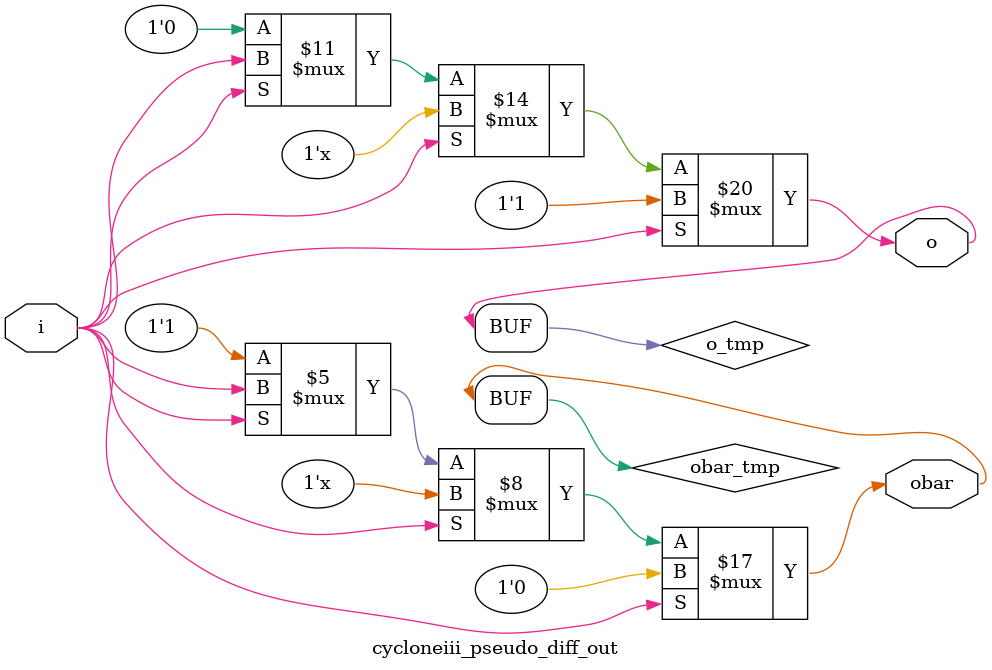
<source format=v>
module cycloneiii_pseudo_diff_out(
                             i,
                             o,
                             obar
                             );
parameter lpm_type = "cycloneiii_pseudo_diff_out";
input i;
output o;
output obar;
reg o_tmp;
reg obar_tmp;
assign o = o_tmp;
assign obar = obar_tmp;
always@(i)
    begin
        if( i == 1'b1)
            begin
                o_tmp = 1'b1;
                obar_tmp = 1'b0;
            end
        else if( i == 1'b0)
            begin
                o_tmp = 1'b0;
                obar_tmp = 1'b1;
            end
        else
            begin
                o_tmp = i;
                obar_tmp = i;
            end
    end
endmodule
</source>
